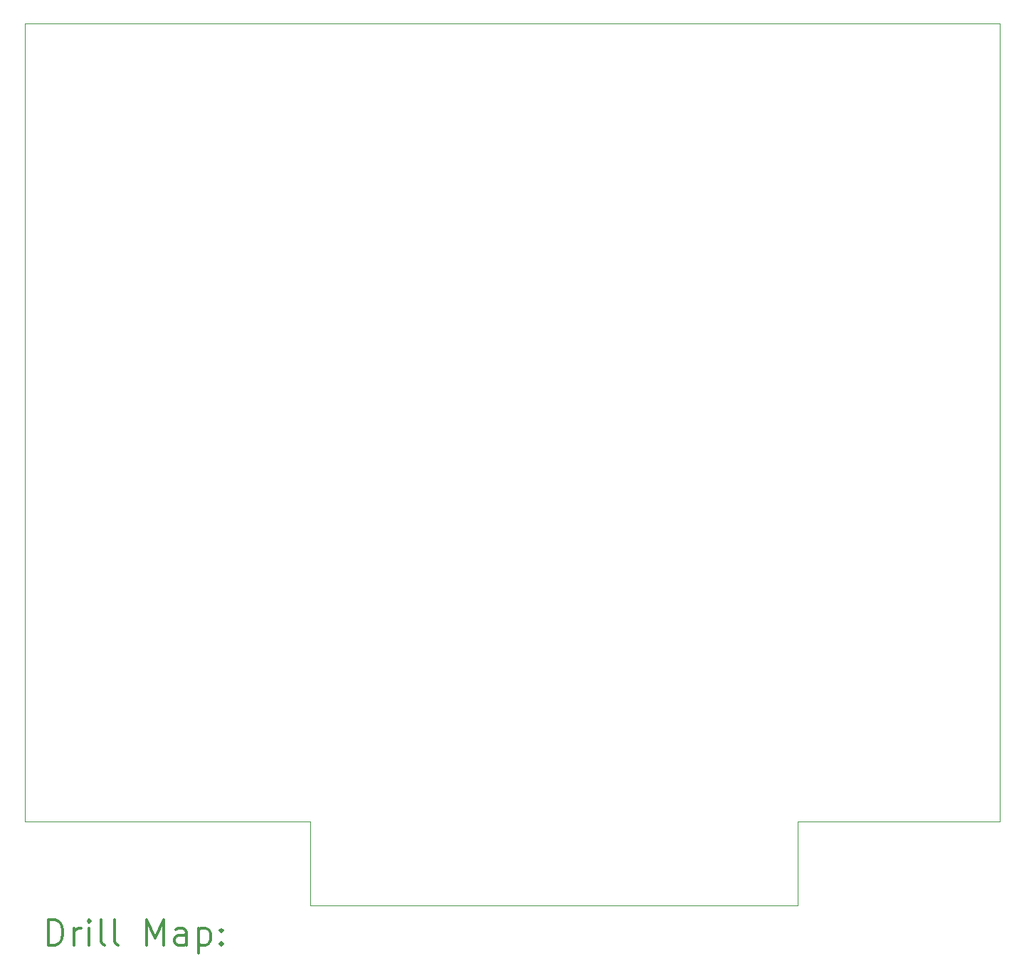
<source format=gbr>
%FSLAX45Y45*%
G04 Gerber Fmt 4.5, Leading zero omitted, Abs format (unit mm)*
G04 Created by KiCad (PCBNEW (5.1.2-1)-1) date 2021-06-01 15:31:22*
%MOMM*%
%LPD*%
G04 APERTURE LIST*
%ADD10C,0.050000*%
%ADD11C,0.200000*%
%ADD12C,0.300000*%
G04 APERTURE END LIST*
D10*
X13400000Y-14500000D02*
X19200000Y-14500000D01*
X19200000Y-13500000D02*
X19200000Y-14500000D01*
X13400000Y-13500000D02*
X13400000Y-14500000D01*
X13400000Y-13500000D02*
X10000000Y-13500000D01*
X21600000Y-13500000D02*
X19200000Y-13500000D01*
X10000000Y-4000000D02*
X21600000Y-4000000D01*
X21600000Y-4000000D02*
X21600000Y-13500000D01*
X10000000Y-4000000D02*
X10000000Y-13500000D01*
D11*
D12*
X10283928Y-14968214D02*
X10283928Y-14668214D01*
X10355357Y-14668214D01*
X10398214Y-14682500D01*
X10426786Y-14711071D01*
X10441071Y-14739643D01*
X10455357Y-14796786D01*
X10455357Y-14839643D01*
X10441071Y-14896786D01*
X10426786Y-14925357D01*
X10398214Y-14953929D01*
X10355357Y-14968214D01*
X10283928Y-14968214D01*
X10583928Y-14968214D02*
X10583928Y-14768214D01*
X10583928Y-14825357D02*
X10598214Y-14796786D01*
X10612500Y-14782500D01*
X10641071Y-14768214D01*
X10669643Y-14768214D01*
X10769643Y-14968214D02*
X10769643Y-14768214D01*
X10769643Y-14668214D02*
X10755357Y-14682500D01*
X10769643Y-14696786D01*
X10783928Y-14682500D01*
X10769643Y-14668214D01*
X10769643Y-14696786D01*
X10955357Y-14968214D02*
X10926786Y-14953929D01*
X10912500Y-14925357D01*
X10912500Y-14668214D01*
X11112500Y-14968214D02*
X11083928Y-14953929D01*
X11069643Y-14925357D01*
X11069643Y-14668214D01*
X11455357Y-14968214D02*
X11455357Y-14668214D01*
X11555357Y-14882500D01*
X11655357Y-14668214D01*
X11655357Y-14968214D01*
X11926786Y-14968214D02*
X11926786Y-14811071D01*
X11912500Y-14782500D01*
X11883928Y-14768214D01*
X11826786Y-14768214D01*
X11798214Y-14782500D01*
X11926786Y-14953929D02*
X11898214Y-14968214D01*
X11826786Y-14968214D01*
X11798214Y-14953929D01*
X11783928Y-14925357D01*
X11783928Y-14896786D01*
X11798214Y-14868214D01*
X11826786Y-14853929D01*
X11898214Y-14853929D01*
X11926786Y-14839643D01*
X12069643Y-14768214D02*
X12069643Y-15068214D01*
X12069643Y-14782500D02*
X12098214Y-14768214D01*
X12155357Y-14768214D01*
X12183928Y-14782500D01*
X12198214Y-14796786D01*
X12212500Y-14825357D01*
X12212500Y-14911071D01*
X12198214Y-14939643D01*
X12183928Y-14953929D01*
X12155357Y-14968214D01*
X12098214Y-14968214D01*
X12069643Y-14953929D01*
X12341071Y-14939643D02*
X12355357Y-14953929D01*
X12341071Y-14968214D01*
X12326786Y-14953929D01*
X12341071Y-14939643D01*
X12341071Y-14968214D01*
X12341071Y-14782500D02*
X12355357Y-14796786D01*
X12341071Y-14811071D01*
X12326786Y-14796786D01*
X12341071Y-14782500D01*
X12341071Y-14811071D01*
M02*

</source>
